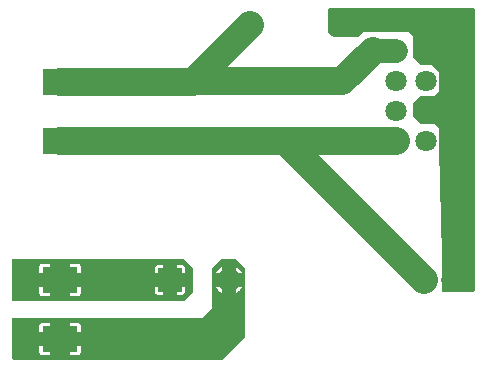
<source format=gbl>
G04 Layer: BottomLayer*
G04 EasyEDA v6.5.34, 2023-10-19 08:42:31*
G04 445bff652981409abf7e2ca76203f91b,08f173712dbc44b08fd2a75eaeabdc68,10*
G04 Gerber Generator version 0.2*
G04 Scale: 100 percent, Rotated: No, Reflected: No *
G04 Dimensions in millimeters *
G04 leading zeros omitted , absolute positions ,4 integer and 5 decimal *
%FSLAX45Y45*%
%MOMM*%

%ADD10C,2.0000*%
%ADD11C,2.4000*%
%ADD12C,1.8796*%
%ADD13R,3.0000X2.2000*%
%ADD14C,1.8000*%
%ADD15R,1.8000X1.8000*%
%ADD16R,2.0000X2.0000*%

%LPD*%
G36*
X3690162Y760018D02*
G01*
X3686251Y760780D01*
X3682949Y762965D01*
X3680764Y766267D01*
X3680002Y770178D01*
X3680002Y1060094D01*
X3659987Y1979879D01*
X3659987Y2012746D01*
X3660851Y2017268D01*
X3662629Y2031695D01*
X3662629Y2046274D01*
X3660851Y2060702D01*
X3659987Y2065223D01*
X3659987Y2138984D01*
X3659276Y2140712D01*
X3620719Y2179269D01*
X3618992Y2179980D01*
X3504184Y2179980D01*
X3500323Y2180793D01*
X3497021Y2182977D01*
X3442970Y2237028D01*
X3440785Y2240330D01*
X3439972Y2244191D01*
X3439972Y2355799D01*
X3440785Y2359660D01*
X3442970Y2362962D01*
X3497021Y2417013D01*
X3500323Y2419197D01*
X3504184Y2420010D01*
X3618992Y2420010D01*
X3620719Y2420721D01*
X3659276Y2459278D01*
X3659987Y2461006D01*
X3659987Y2520746D01*
X3660851Y2525268D01*
X3662629Y2539695D01*
X3662629Y2554274D01*
X3660851Y2568702D01*
X3659987Y2573223D01*
X3659987Y2618994D01*
X3659276Y2620721D01*
X3600704Y2679293D01*
X3598976Y2680004D01*
X3504184Y2680004D01*
X3500323Y2680766D01*
X3497021Y2682951D01*
X3442970Y2737002D01*
X3440785Y2740304D01*
X3439972Y2744216D01*
X3439972Y2918968D01*
X3439261Y2920695D01*
X3400704Y2959303D01*
X3398977Y2960014D01*
X3020974Y2960014D01*
X3019298Y2959303D01*
X2982976Y2922981D01*
X2979674Y2920746D01*
X2975762Y2919984D01*
X2764180Y2919984D01*
X2760319Y2920746D01*
X2757017Y2922981D01*
X2722981Y2957017D01*
X2720746Y2960319D01*
X2719984Y2964180D01*
X2719984Y3149854D01*
X2720746Y3153714D01*
X2722981Y3157016D01*
X2726283Y3159201D01*
X2730144Y3160014D01*
X3949852Y3160014D01*
X3953713Y3159201D01*
X3957015Y3157016D01*
X3959199Y3153714D01*
X3960012Y3149854D01*
X3960012Y770178D01*
X3959199Y766267D01*
X3957015Y762965D01*
X3953713Y760780D01*
X3949852Y760018D01*
G37*

%LPD*%
G36*
X50139Y680008D02*
G01*
X46278Y680770D01*
X42976Y682955D01*
X40792Y686257D01*
X39979Y690168D01*
X39979Y1029817D01*
X40792Y1033729D01*
X42976Y1037031D01*
X46278Y1039215D01*
X50139Y1039977D01*
X1495806Y1039977D01*
X1499666Y1039215D01*
X1502968Y1037031D01*
X1577035Y962964D01*
X1579219Y959662D01*
X1579981Y955802D01*
X1579981Y764184D01*
X1579219Y760323D01*
X1577035Y757021D01*
X1502968Y682955D01*
X1499666Y680770D01*
X1495806Y680008D01*
G37*

%LPC*%
G36*
X531368Y724103D02*
G01*
X599440Y724103D01*
X605739Y724814D01*
X611225Y726694D01*
X616102Y729792D01*
X620217Y733907D01*
X623265Y738784D01*
X625195Y744270D01*
X625906Y750570D01*
X625906Y798626D01*
X531368Y798626D01*
G37*
G36*
X300583Y724103D02*
G01*
X368655Y724103D01*
X368655Y798626D01*
X274116Y798626D01*
X274116Y750570D01*
X274828Y744270D01*
X276707Y738784D01*
X279806Y733907D01*
X283870Y729792D01*
X288798Y726694D01*
X294233Y724814D01*
G37*
G36*
X1280566Y734110D02*
G01*
X1323644Y734110D01*
X1323644Y803656D01*
X1254099Y803656D01*
X1254099Y760577D01*
X1254810Y754227D01*
X1256690Y748792D01*
X1259789Y743864D01*
X1263904Y739800D01*
X1268780Y736701D01*
X1274267Y734822D01*
G37*
G36*
X1436370Y734110D02*
G01*
X1479448Y734110D01*
X1485747Y734822D01*
X1491234Y736701D01*
X1496110Y739800D01*
X1500225Y743864D01*
X1503273Y748792D01*
X1505204Y754227D01*
X1505915Y760577D01*
X1505915Y803656D01*
X1436370Y803656D01*
G37*
G36*
X1436370Y916330D02*
G01*
X1505915Y916330D01*
X1505915Y959408D01*
X1505204Y965758D01*
X1503273Y971194D01*
X1500225Y976121D01*
X1496110Y980186D01*
X1491234Y983284D01*
X1485747Y985215D01*
X1479448Y985926D01*
X1436370Y985926D01*
G37*
G36*
X1254099Y916330D02*
G01*
X1323644Y916330D01*
X1323644Y985926D01*
X1280566Y985926D01*
X1274267Y985215D01*
X1268780Y983284D01*
X1263904Y980186D01*
X1259789Y976121D01*
X1256690Y971194D01*
X1254810Y965758D01*
X1254099Y959408D01*
G37*
G36*
X531368Y921359D02*
G01*
X625906Y921359D01*
X625906Y969416D01*
X625195Y975766D01*
X623265Y981202D01*
X620217Y986129D01*
X616102Y990193D01*
X611225Y993292D01*
X605739Y995171D01*
X599440Y995883D01*
X531368Y995883D01*
G37*
G36*
X274116Y921359D02*
G01*
X368655Y921359D01*
X368655Y995883D01*
X300583Y995883D01*
X294233Y995171D01*
X288798Y993292D01*
X283870Y990193D01*
X279806Y986129D01*
X276707Y981202D01*
X274828Y975766D01*
X274116Y969416D01*
G37*

%LPD*%
G36*
X64211Y179984D02*
G01*
X60299Y180797D01*
X57048Y182981D01*
X42976Y197002D01*
X40792Y200304D01*
X39979Y204216D01*
X39979Y529844D01*
X40792Y533704D01*
X42976Y537006D01*
X46278Y539242D01*
X50139Y540004D01*
X1658975Y540004D01*
X1660702Y540715D01*
X1739290Y619302D01*
X1740001Y620979D01*
X1740001Y955802D01*
X1740763Y959662D01*
X1742948Y962964D01*
X1817014Y1037031D01*
X1820316Y1039215D01*
X1824228Y1039977D01*
X1935784Y1039977D01*
X1939696Y1039215D01*
X1942947Y1037031D01*
X2017014Y962964D01*
X2019198Y959662D01*
X2020011Y955802D01*
X2020011Y384200D01*
X2019198Y380339D01*
X2017014Y377037D01*
X1822957Y182981D01*
X1819656Y180797D01*
X1815795Y179984D01*
G37*

%LPC*%
G36*
X531368Y224078D02*
G01*
X599440Y224078D01*
X605739Y224790D01*
X611225Y226720D01*
X616102Y229819D01*
X620217Y233883D01*
X623265Y238810D01*
X625195Y244246D01*
X625906Y250545D01*
X625906Y298653D01*
X531368Y298653D01*
G37*
G36*
X300583Y224078D02*
G01*
X368655Y224078D01*
X368655Y298653D01*
X274116Y298653D01*
X274116Y250545D01*
X274828Y244246D01*
X276707Y238810D01*
X279806Y233883D01*
X283870Y229819D01*
X288798Y226720D01*
X294233Y224790D01*
G37*
G36*
X531368Y421335D02*
G01*
X625906Y421335D01*
X625906Y469442D01*
X625195Y475742D01*
X623265Y481228D01*
X620217Y486105D01*
X616102Y490220D01*
X611225Y493268D01*
X605739Y495198D01*
X599440Y495909D01*
X531368Y495909D01*
G37*
G36*
X274116Y421335D02*
G01*
X368655Y421335D01*
X368655Y495909D01*
X300583Y495909D01*
X294233Y495198D01*
X288798Y493268D01*
X283870Y490220D01*
X279806Y486105D01*
X276707Y481228D01*
X274828Y475742D01*
X274116Y469442D01*
G37*
G36*
X1936343Y747572D02*
G01*
X1938477Y748538D01*
X1951532Y756412D01*
X1963470Y765759D01*
X1974240Y776528D01*
X1983587Y788466D01*
X1991461Y801471D01*
X1992426Y803656D01*
X1936343Y803656D01*
G37*
G36*
X1823669Y747572D02*
G01*
X1823669Y803656D01*
X1767535Y803656D01*
X1768551Y801471D01*
X1776374Y788466D01*
X1785772Y776528D01*
X1796491Y765759D01*
X1808480Y756412D01*
X1821484Y748538D01*
G37*
G36*
X1767535Y916330D02*
G01*
X1823669Y916330D01*
X1823669Y972413D01*
X1821484Y971448D01*
X1808480Y963625D01*
X1796491Y954227D01*
X1785772Y943457D01*
X1776374Y931519D01*
X1768551Y918514D01*
G37*
G36*
X1936343Y916330D02*
G01*
X1992426Y916330D01*
X1991461Y918514D01*
X1983587Y931519D01*
X1974240Y943457D01*
X1963470Y954227D01*
X1951532Y963625D01*
X1938477Y971448D01*
X1936343Y972413D01*
G37*

%LPD*%
D10*
X3100992Y2800992D02*
G01*
X3293000Y2800992D01*
D11*
X3100992Y2800992D02*
G01*
X2839994Y2539994D01*
X1573992Y2539994D01*
X3530015Y859993D02*
G01*
X2355016Y2034992D01*
X450011Y2034992D01*
X3293000Y2038992D02*
G01*
X3289000Y2034992D01*
X450011Y2034992D01*
X450011Y2534991D02*
G01*
X1573992Y2534991D01*
X2058990Y3019988D01*
D12*
G01*
X2820990Y3019988D03*
G01*
X2058990Y3019988D03*
D13*
G01*
X450011Y2534991D03*
G01*
X450011Y2034992D03*
G01*
X450011Y859993D03*
G01*
X450011Y359994D03*
D14*
G01*
X3547000Y2800992D03*
G01*
X3547000Y2546992D03*
G01*
X3547000Y2292992D03*
G01*
X3547000Y2038992D03*
G01*
X3293000Y2800992D03*
G01*
X3293000Y2546992D03*
G01*
X3293000Y2292992D03*
D15*
G01*
X3293000Y2038992D03*
D10*
G01*
X3780002Y859993D03*
G01*
X3530015Y859993D03*
G01*
X1880006Y859993D03*
D16*
G01*
X1380007Y859993D03*
M02*

</source>
